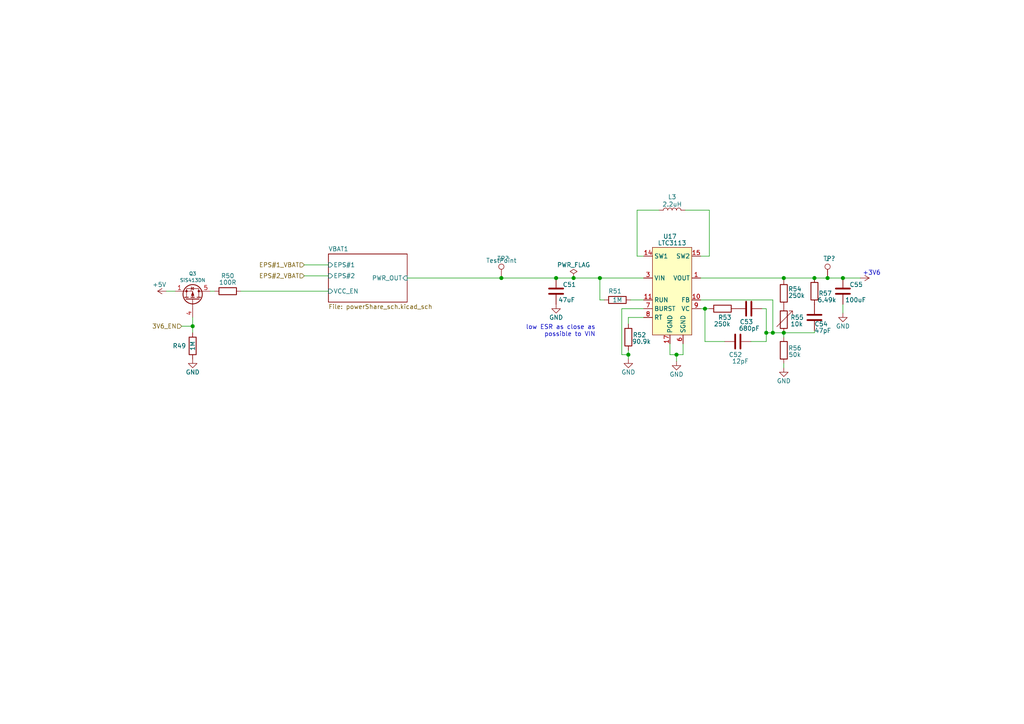
<source format=kicad_sch>
(kicad_sch (version 20210621) (generator eeschema)
  (paper "A4")
  (lib_symbols
    (symbol "Connector:TestPoint" (pin_numbers hide) (pin_names (offset 0.762) hide)
      (property "Reference" "TP" (at 0 6.858 0))
      (property "Value" "TestPoint" (at 0 5.08 0))
      (symbol "TestPoint_0_1"
        (circle (center 0 3.302) (radius 0.762))
      )
      (symbol "TestPoint_1_1"
        (pin passive line (at 0 0 90) (length 2.54) (name "1") (number "1"))
      )
    )
    (symbol "Device:C" (pin_numbers hide) (pin_names (offset 0.254))
      (property "Reference" "C" (at 0.635 2.54 0))
      (property "Value" "C" (at 0.635 -2.54 0))
      (symbol "C_0_1"
        (polyline (pts (xy -2.032 -0.762) (xy 2.032 -0.762)) (stroke (width 0.508)))
        (polyline (pts (xy -2.032 0.762) (xy 2.032 0.762)) (stroke (width 0.508)))
      )
      (symbol "C_1_1"
        (pin passive line (at 0 3.81 270) (length 2.794) (name "~") (number "1"))
        (pin passive line (at 0 -3.81 90) (length 2.794) (name "~") (number "2"))
      )
    )
    (symbol "Device:L" (pin_numbers hide) (pin_names (offset 1.016) hide)
      (property "Reference" "L" (at -1.27 0 90))
      (property "Value" "L" (at 1.905 0 90))
      (symbol "L_0_1"
        (arc (start 0 -2.54) (end 0 -1.27) (radius (at 0 -1.905) (length 0.635) (angles -89.9 89.9)))
        (arc (start 0 -1.27) (end 0 0) (radius (at 0 -0.635) (length 0.635) (angles -89.9 89.9)))
        (arc (start 0 0) (end 0 1.27) (radius (at 0 0.635) (length 0.635) (angles -89.9 89.9)))
        (arc (start 0 1.27) (end 0 2.54) (radius (at 0 1.905) (length 0.635) (angles -89.9 89.9)))
      )
      (symbol "L_1_1"
        (pin passive line (at 0 3.81 270) (length 1.27) (name "1") (number "1"))
        (pin passive line (at 0 -3.81 90) (length 1.27) (name "2") (number "2"))
      )
    )
    (symbol "Device:R" (pin_numbers hide) (pin_names (offset 0))
      (property "Reference" "R" (at 2.032 0 90))
      (property "Value" "R" (at 0 0 90))
      (symbol "R_0_1"
        (rectangle (start -1.016 -2.54) (end 1.016 2.54) (stroke (width 0.254)))
      )
      (symbol "R_1_1"
        (pin passive line (at 0 3.81 270) (length 1.27) (name "~") (number "1"))
        (pin passive line (at 0 -3.81 90) (length 1.27) (name "~") (number "2"))
      )
    )
    (symbol "Device:R_Variable" (pin_numbers hide) (pin_names (offset 0))
      (property "Reference" "R" (at 2.54 -2.54 90))
      (property "Value" "R_Variable" (at -2.54 -1.27 90))
      (symbol "R_Variable_0_1"
        (rectangle (start -1.016 -2.54) (end 1.016 2.54) (stroke (width 0.254)))
        (polyline (pts (xy 2.54 1.524) (xy 2.54 2.54) (xy 1.524 2.54) (xy 2.54 2.54) (xy -2.032 -2.032)))
      )
      (symbol "R_Variable_1_1"
        (pin passive line (at 0 3.81 270) (length 1.27) (name "~") (number "1"))
        (pin passive line (at 0 -3.81 90) (length 1.27) (name "~") (number "2"))
      )
    )
    (symbol "Transistor_FET:SiS443DN" (pin_names hide)
      (property "Reference" "Q" (at 5.08 1.905 0))
      (property "Value" "SiS443DN" (at 5.08 0 0))
      (symbol "SiS443DN_0_1"
        (circle (center 1.651 0) (radius 2.794) (stroke (width 0.254)))
        (circle (center 2.54 -1.778) (radius 0.254) (fill (type outline)))
        (circle (center 2.54 1.778) (radius 0.254) (fill (type outline)))
        (polyline (pts (xy 0.254 0) (xy -2.54 0)))
        (polyline (pts (xy 0.254 1.905) (xy 0.254 -1.905)) (stroke (width 0.254)))
        (polyline (pts (xy 0.762 -1.27) (xy 0.762 -2.286)) (stroke (width 0.254)))
        (polyline (pts (xy 0.762 0.508) (xy 0.762 -0.508)) (stroke (width 0.254)))
        (polyline (pts (xy 0.762 2.286) (xy 0.762 1.27)) (stroke (width 0.254)))
        (polyline (pts (xy 2.54 2.54) (xy 2.54 1.778)))
        (polyline (pts (xy 2.54 -2.54) (xy 2.54 0) (xy 0.762 0)))
        (polyline (pts (xy 0.762 1.778) (xy 3.302 1.778) (xy 3.302 -1.778) (xy 0.762 -1.778)))
        (polyline (pts (xy 2.794 -0.508) (xy 2.921 -0.381) (xy 3.683 -0.381) (xy 3.81 -0.254)))
        (polyline (pts (xy 3.302 -0.381) (xy 2.921 0.254) (xy 3.683 0.254) (xy 3.302 -0.381)))
        (polyline (pts (xy 2.286 0) (xy 1.27 0.381) (xy 1.27 -0.381) (xy 2.286 0)) (fill (type outline)))
      )
      (symbol "SiS443DN_1_1"
        (pin passive line (at 2.54 -5.08 90) (length 2.54) (name "S") (number "1"))
        (pin passive line (at 2.54 -5.08 90) (length 2.54) hide (name "S") (number "2"))
        (pin passive line (at 2.54 -5.08 90) (length 2.54) hide (name "S") (number "3"))
        (pin passive line (at -5.08 0 0) (length 2.54) (name "G") (number "4"))
        (pin passive line (at 2.54 5.08 270) (length 2.54) (name "D") (number "5"))
      )
    )
    (symbol "comm:LTC3113"
      (property "Reference" "U" (at 0 17.78 0))
      (property "Value" "LTC3113" (at 0 15.24 0))
      (symbol "LTC3113_0_1"
        (rectangle (start -5.08 11.43) (end 6.35 -13.97) (stroke (width 0.1524)) (fill (type background)))
      )
      (symbol "LTC3113_1_1"
        (pin power_out line (at 8.89 2.54 180) (length 2.54) (name "VOUT") (number "1"))
        (pin input line (at 8.89 -3.81 180) (length 2.54) (name "FB") (number "10"))
        (pin input line (at -7.62 -3.81 0) (length 2.54) (name "RUN") (number "11"))
        (pin input line (at -7.62 8.89 0) (length 2.54) hide (name "SW1") (number "12"))
        (pin input line (at -7.62 8.89 0) (length 2.54) hide (name "SW1") (number "13"))
        (pin input line (at -7.62 8.89 0) (length 2.54) (name "SW1") (number "14"))
        (pin input line (at 8.89 8.89 180) (length 2.54) (name "SW2") (number "15"))
        (pin input line (at 8.89 8.89 180) (length 2.54) hide (name "SW2") (number "16"))
        (pin power_in line (at 0 -16.51 90) (length 2.54) (name "PGND") (number "17"))
        (pin passive line (at 8.89 2.54 180) (length 2.54) hide (name "VOUT") (number "2"))
        (pin power_in line (at -7.62 2.54 0) (length 2.54) (name "VIN") (number "3"))
        (pin power_in line (at -7.62 2.54 0) (length 2.54) hide (name "VIN") (number "4"))
        (pin power_in line (at -7.62 2.54 0) (length 2.54) hide (name "VIN") (number "5"))
        (pin power_in line (at 3.81 -16.51 90) (length 2.54) (name "SGND") (number "6"))
        (pin input line (at -7.62 -6.35 0) (length 2.54) (name "BURST") (number "7"))
        (pin input line (at -7.62 -8.89 0) (length 2.54) (name "RT") (number "8"))
        (pin input line (at 8.89 -6.35 180) (length 2.54) (name "VC") (number "9"))
      )
    )
    (symbol "power:+3V8" (power) (pin_names (offset 0))
      (property "Value" "+3V8" (at 0 3.556 0))
      (symbol "+3V8_0_1"
        (polyline (pts (xy -0.762 1.27) (xy 0 2.54)))
        (polyline (pts (xy 0 0) (xy 0 2.54)))
        (polyline (pts (xy 0 2.54) (xy 0.762 1.27)))
      )
      (symbol "+3V8_1_1"
        (pin power_in line (at 0 0 90) (length 0) hide (name "+3V8") (number "1"))
      )
    )
    (symbol "power:+5V" (power) (pin_names (offset 0))
      (property "Value" "+5V" (at 0 3.556 0))
      (symbol "+5V_0_1"
        (polyline (pts (xy -0.762 1.27) (xy 0 2.54)))
        (polyline (pts (xy 0 0) (xy 0 2.54)))
        (polyline (pts (xy 0 2.54) (xy 0.762 1.27)))
      )
      (symbol "+5V_1_1"
        (pin power_in line (at 0 0 90) (length 0) hide (name "+5V") (number "1"))
      )
    )
    (symbol "power:GND" (power) (pin_names (offset 0))
      (property "Value" "GND" (at 0 -3.81 0))
      (symbol "GND_0_1"
        (polyline (pts (xy 0 0) (xy 0 -1.27) (xy 1.27 -1.27) (xy 0 -2.54) (xy -1.27 -1.27) (xy 0 -1.27)))
      )
      (symbol "GND_1_1"
        (pin power_in line (at 0 0 270) (length 0) hide (name "GND") (number "1"))
      )
    )
    (symbol "power:PWR_FLAG" (power) (pin_numbers hide) (pin_names (offset 0) hide)
      (property "Value" "PWR_FLAG" (at 0 3.81 0))
      (symbol "PWR_FLAG_0_0"
        (pin power_out line (at 0 0 90) (length 0) (name "pwr") (number "1"))
      )
      (symbol "PWR_FLAG_0_1"
        (polyline (pts (xy 0 0) (xy 0 1.27) (xy -1.016 1.905) (xy 0 2.54) (xy 1.016 1.905) (xy 0 1.27)))
      )
    )
  )
  (junction (at 55.88 94.615) (diameter 1.016))
  (junction (at 145.415 80.645) (diameter 1.016))
  (junction (at 161.29 80.645) (diameter 1.016))
  (junction (at 166.37 80.645) (diameter 1.016))
  (junction (at 173.99 80.645) (diameter 1.016))
  (junction (at 182.245 102.87) (diameter 1.016))
  (junction (at 196.215 102.87) (diameter 1.016))
  (junction (at 204.47 89.535) (diameter 1.016))
  (junction (at 222.25 96.52) (diameter 1.016))
  (junction (at 224.155 96.52) (diameter 1.016))
  (junction (at 227.33 80.645) (diameter 1.016))
  (junction (at 227.33 96.52) (diameter 1.016))
  (junction (at 236.22 80.645) (diameter 1.016))
  (junction (at 240.03 80.645) (diameter 1.016))
  (junction (at 244.475 80.645) (diameter 1.016))
  (wire (pts (xy 50.8 84.455) (xy 48.26 84.455)))
  (wire (pts (xy 55.88 92.075) (xy 55.88 94.615)))
  (wire (pts (xy 55.88 94.615) (xy 52.705 94.615)))
  (wire (pts (xy 55.88 94.615) (xy 55.88 96.52)))
  (wire (pts (xy 62.23 84.455) (xy 60.96 84.455)))
  (wire (pts (xy 69.85 84.455) (xy 95.25 84.455)))
  (wire (pts (xy 88.265 80.01) (xy 95.25 80.01)))
  (wire (pts (xy 95.25 76.835) (xy 88.265 76.835)))
  (wire (pts (xy 118.11 80.645) (xy 145.415 80.645)))
  (wire (pts (xy 145.415 80.645) (xy 161.29 80.645)))
  (wire (pts (xy 161.29 80.645) (xy 166.37 80.645)))
  (wire (pts (xy 166.37 80.645) (xy 173.99 80.645)))
  (wire (pts (xy 173.99 80.645) (xy 173.99 86.995)))
  (wire (pts (xy 173.99 80.645) (xy 186.69 80.645)))
  (wire (pts (xy 175.26 86.995) (xy 173.99 86.995)))
  (wire (pts (xy 180.34 89.535) (xy 180.34 102.87)))
  (wire (pts (xy 180.34 102.87) (xy 182.245 102.87)))
  (wire (pts (xy 182.245 92.075) (xy 186.69 92.075)))
  (wire (pts (xy 182.245 93.98) (xy 182.245 92.075)))
  (wire (pts (xy 182.245 101.6) (xy 182.245 102.87)))
  (wire (pts (xy 182.245 102.87) (xy 182.245 104.14)))
  (wire (pts (xy 182.88 86.995) (xy 186.69 86.995)))
  (wire (pts (xy 184.785 60.96) (xy 184.785 74.295)))
  (wire (pts (xy 184.785 60.96) (xy 191.135 60.96)))
  (wire (pts (xy 186.69 74.295) (xy 184.785 74.295)))
  (wire (pts (xy 186.69 89.535) (xy 180.34 89.535)))
  (wire (pts (xy 194.31 99.695) (xy 194.31 102.87)))
  (wire (pts (xy 194.31 102.87) (xy 196.215 102.87)))
  (wire (pts (xy 196.215 102.87) (xy 196.215 104.775)))
  (wire (pts (xy 196.215 102.87) (xy 198.12 102.87)))
  (wire (pts (xy 198.12 99.695) (xy 198.12 102.87)))
  (wire (pts (xy 203.2 74.295) (xy 205.74 74.295)))
  (wire (pts (xy 203.2 80.645) (xy 227.33 80.645)))
  (wire (pts (xy 203.2 86.995) (xy 224.155 86.995)))
  (wire (pts (xy 203.2 89.535) (xy 204.47 89.535)))
  (wire (pts (xy 204.47 89.535) (xy 204.47 99.06)))
  (wire (pts (xy 204.47 89.535) (xy 205.74 89.535)))
  (wire (pts (xy 205.74 60.96) (xy 198.755 60.96)))
  (wire (pts (xy 205.74 60.96) (xy 205.74 74.295)))
  (wire (pts (xy 210.185 99.06) (xy 204.47 99.06)))
  (wire (pts (xy 217.805 99.06) (xy 222.25 99.06)))
  (wire (pts (xy 220.98 89.535) (xy 222.25 89.535)))
  (wire (pts (xy 222.25 89.535) (xy 222.25 96.52)))
  (wire (pts (xy 222.25 96.52) (xy 222.25 99.06)))
  (wire (pts (xy 222.25 96.52) (xy 224.155 96.52)))
  (wire (pts (xy 224.155 86.995) (xy 224.155 96.52)))
  (wire (pts (xy 224.155 96.52) (xy 227.33 96.52)))
  (wire (pts (xy 227.33 80.645) (xy 227.33 81.28)))
  (wire (pts (xy 227.33 80.645) (xy 236.22 80.645)))
  (wire (pts (xy 227.33 96.52) (xy 227.33 97.79)))
  (wire (pts (xy 227.33 96.52) (xy 236.22 96.52)))
  (wire (pts (xy 227.33 105.41) (xy 227.33 106.68)))
  (wire (pts (xy 236.22 80.645) (xy 240.03 80.645)))
  (wire (pts (xy 236.22 96.52) (xy 236.22 95.885)))
  (wire (pts (xy 240.03 80.645) (xy 244.475 80.645)))
  (wire (pts (xy 244.475 80.645) (xy 249.555 80.645)))
  (wire (pts (xy 244.475 88.265) (xy 244.475 90.805)))
  (text "low ESR as close as\npossible to VIN\n" (at 172.72 97.79 180) (effects (font (size 1.27 1.27)) (justify right bottom)))
  (text "+3V6" (at 250.19 80.01 0) (effects (font (size 1.27 1.27)) (justify left bottom)))
  (hierarchical_label "3V6_EN" (shape input) (at 52.705 94.615 180))
  (hierarchical_label "EPS#1_VBAT" (shape input) (at 88.265 76.835 180))
  (hierarchical_label "EPS#2_VBAT" (shape input) (at 88.265 80.01 180))
  (symbol (lib_id "power:+5V") (at 48.26 84.455 90) (mirror x) (unit 1)
    (property "Reference" "#PWR0163" (effects hide))
    (property "Value" "+5V" (at 48.26 82.5499 90) (effects (justify left)))
  )
  (symbol (lib_id "power:+3V8") (at 249.555 80.645 270) (unit 1)
    (property "Reference" "#PWR0192" (effects hide))
    (property "Value" "+3V8" (effects hide))
  )
  (symbol (lib_id "power:PWR_FLAG") (at 166.37 80.645 0) (unit 1)
    (property "Reference" "#FLG0106" (effects hide))
    (property "Value" "PWR_FLAG" (at 166.37 76.835 0))
  )
  (symbol (lib_id "Connector:TestPoint") (at 145.415 80.645 0) (unit 1)
    (property "Reference" "TP?" (at 144.145 74.9934 0) (effects (justify left)))
    (property "Value" "TestPoint" (at 145.415 75.565 0))
  )
  (symbol (lib_id "Connector:TestPoint") (at 240.03 80.645 0) (unit 1)
    (property "Reference" "TP?" (at 238.76 74.9934 0) (effects (justify left)))
    (property "Value" "~" (at 240.03 75.565 0))
  )
  (symbol (lib_id "power:GND") (at 55.88 104.14 0) (unit 1)
    (property "Reference" "#PWR0164" (effects hide))
    (property "Value" "GND" (at 55.88 107.95 0))
  )
  (symbol (lib_id "power:GND") (at 161.29 88.265 0) (unit 1)
    (property "Reference" "#PWR0165" (effects hide))
    (property "Value" "GND" (at 161.29 92.075 0))
  )
  (symbol (lib_id "power:GND") (at 182.245 104.14 0) (unit 1)
    (property "Reference" "#PWR0162" (effects hide))
    (property "Value" "GND" (at 182.245 107.95 0))
  )
  (symbol (lib_id "power:GND") (at 196.215 104.775 0) (unit 1)
    (property "Reference" "#PWR0161" (effects hide))
    (property "Value" "GND" (at 196.215 108.585 0))
  )
  (symbol (lib_id "power:GND") (at 227.33 106.68 0) (unit 1)
    (property "Reference" "#PWR0166" (effects hide))
    (property "Value" "GND" (at 227.33 110.49 0))
  )
  (symbol (lib_id "power:GND") (at 244.475 90.805 0) (unit 1)
    (property "Reference" "#PWR0173" (effects hide))
    (property "Value" "GND" (at 244.475 94.615 0))
  )
  (symbol (lib_id "Device:L") (at 194.945 60.96 90) (unit 1)
    (property "Reference" "L3" (at 194.945 57.1204 90))
    (property "Value" "2.2uH" (at 194.945 59.2605 90))
    (property "Footprint" "Inductor_SMD:L_0603_1608Metric" (effects hide))
  )
  (symbol (lib_id "Device:R") (at 55.88 100.33 0) (mirror y) (unit 1)
    (property "Reference" "R49" (at 53.975 100.3299 0) (effects (justify left)))
    (property "Value" "1M" (at 55.88 100.33 90))
    (property "Footprint" "Inductor_SMD:L_0603_1608Metric" (effects hide))
  )
  (symbol (lib_id "Device:R") (at 66.04 84.455 270) (mirror x) (unit 1)
    (property "Reference" "R50" (at 66.04 80.01 90))
    (property "Value" "100R" (at 66.04 81.915 90))
    (property "Footprint" "Inductor_SMD:L_0603_1608Metric" (effects hide))
  )
  (symbol (lib_id "Device:R") (at 179.07 86.995 90) (unit 1)
    (property "Reference" "R51" (at 180.3399 84.455 90) (effects (justify left)))
    (property "Value" "1M" (at 179.07 86.995 90))
    (property "Footprint" "Inductor_SMD:L_0603_1608Metric" (effects hide))
  )
  (symbol (lib_id "Device:R") (at 182.245 97.79 0) (unit 1)
    (property "Reference" "R52" (at 183.515 97.1549 0) (effects (justify left)))
    (property "Value" "90.9k" (at 186.055 99.06 0))
    (property "Footprint" "Inductor_SMD:L_0603_1608Metric" (effects hide))
  )
  (symbol (lib_id "Device:R") (at 209.55 89.535 270) (unit 1)
    (property "Reference" "R53" (at 208.28 92.0751 90) (effects (justify left)))
    (property "Value" "250k" (at 207.01 93.9801 90) (effects (justify left)))
    (property "Footprint" "Inductor_SMD:L_0603_1608Metric" (effects hide))
  )
  (symbol (lib_id "Device:R") (at 227.33 85.09 0) (unit 1)
    (property "Reference" "R54" (at 228.6 83.8199 0) (effects (justify left)))
    (property "Value" "250k" (at 228.6 85.7249 0) (effects (justify left)))
    (property "Footprint" "Inductor_SMD:L_0603_1608Metric" (effects hide))
  )
  (symbol (lib_id "Device:R") (at 227.33 101.6 0) (unit 1)
    (property "Reference" "R56" (at 228.6 100.9649 0) (effects (justify left)))
    (property "Value" "50k" (at 230.505 102.87 0))
    (property "Footprint" "Inductor_SMD:L_0603_1608Metric" (effects hide))
  )
  (symbol (lib_id "Device:R") (at 236.22 84.455 180) (unit 1)
    (property "Reference" "R57" (at 241.2999 85.09 0) (effects (justify left)))
    (property "Value" "6.49k" (at 242.5699 86.995 0) (effects (justify left)))
    (property "Footprint" "Inductor_SMD:L_0603_1608Metric" (effects hide))
  )
  (symbol (lib_id "Device:C") (at 161.29 84.455 0) (unit 1)
    (property "Reference" "C51" (at 163.195 82.5499 0) (effects (justify left)))
    (property "Value" "47uF" (at 161.925 86.995 0) (effects (justify left)))
    (property "Footprint" "Capacitor_SMD:C_0603_1608Metric" (effects hide))
  )
  (symbol (lib_id "Device:C") (at 213.995 99.06 90) (unit 1)
    (property "Reference" "C52" (at 215.2649 102.87 90) (effects (justify left)))
    (property "Value" "12pF" (at 217.17 104.775 90) (effects (justify left)))
    (property "Footprint" "Capacitor_SMD:C_0603_1608Metric" (effects hide))
  )
  (symbol (lib_id "Device:C") (at 217.17 89.535 90) (unit 1)
    (property "Reference" "C53" (at 218.4399 93.345 90) (effects (justify left)))
    (property "Value" "680pF" (at 220.345 95.25 90) (effects (justify left)))
    (property "Footprint" "Capacitor_SMD:C_0603_1608Metric" (effects hide))
  )
  (symbol (lib_id "Device:R_Variable") (at 227.33 92.71 0) (unit 1)
    (property "Reference" "R55" (at 229.235 92.0749 0) (effects (justify left)))
    (property "Value" "10k" (at 229.235 93.98 0) (effects (justify left)))
  )
  (symbol (lib_id "Device:C") (at 236.22 92.075 0) (unit 1)
    (property "Reference" "C54" (at 236.22 93.9799 0) (effects (justify left)))
    (property "Value" "47pF" (at 236.22 95.885 0) (effects (justify left)))
    (property "Footprint" "Capacitor_SMD:C_0603_1608Metric" (effects hide))
  )
  (symbol (lib_id "Device:C") (at 244.475 84.455 0) (unit 1)
    (property "Reference" "C55" (at 246.38 82.5499 0) (effects (justify left)))
    (property "Value" "100uF" (at 245.11 86.995 0) (effects (justify left)))
    (property "Footprint" "Capacitor_SMD:C_0603_1608Metric" (effects hide))
  )
  (symbol (lib_id "Transistor_FET:SiS443DN") (at 55.88 86.995 270) (mirror x) (unit 1)
    (property "Reference" "Q3" (at 55.88 79.375 90) (effects (font (size 1 1))))
    (property "Value" "SiS413DN" (at 55.88 81.28 90) (effects (font (size 1 1))))
    (property "Footprint" "Package_SO:Vishay_PowerPAK_1212-8_Single" (effects hide))
    (property "Datasheet" "https://www.vishay.com/docs/63253/sis443dn.pdf" (effects hide))
  )
  (symbol (lib_id "comm:LTC3113") (at 194.31 83.185 0) (unit 1)
    (property "Reference" "U17" (at 194.31 68.58 0))
    (property "Value" "LTC3113" (at 194.945 70.485 0))
    (property "Footprint" "Package_DFN_QFN:DFN-16-1EP_4x5mm_P0.5mm_EP2.44x4.34mm" (effects hide))
  )
  (sheet (at 95.25 73.66) (size 22.86 13.97) (stroke (width 0.1524))
    (property "Název listu" "VBAT1" (at 95.25 72.9484 0) (effects (justify left bottom)))
    (property "Soubor listu" "powerShare_sch.kicad_sch" (at 95.25 88.2146 0) (effects (justify left top)))
    (pin "PWR_OUT" input (at 118.11 80.645 0))
    (pin "EPS#1" input (at 95.25 76.835 180))
    (pin "EPS#2" input (at 95.25 80.01 180))
    (pin "VCC_EN" input (at 95.25 84.455 180))
  )
)
</source>
